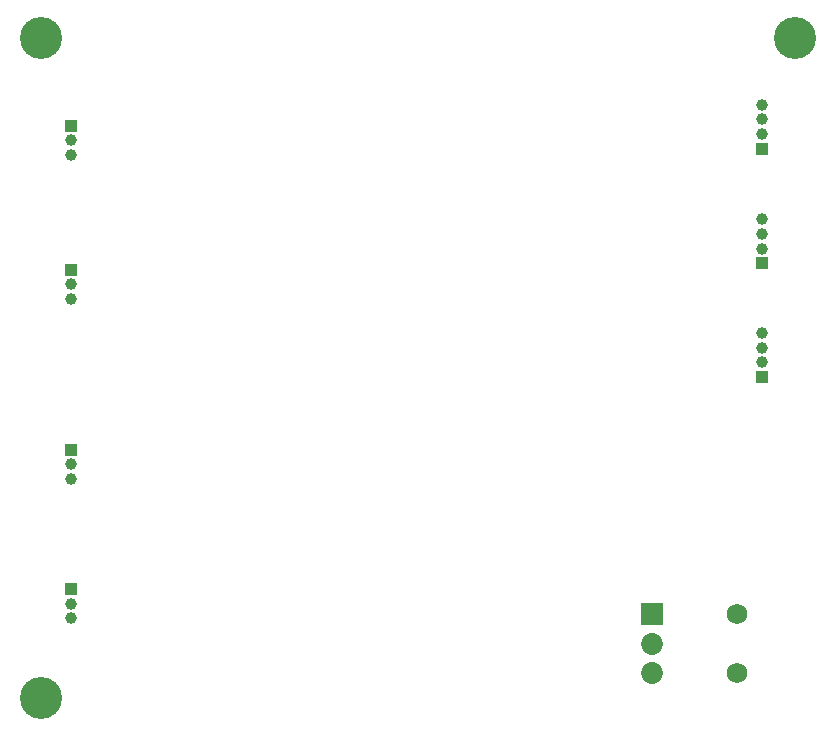
<source format=gbr>
%TF.GenerationSoftware,Altium Limited,Altium Designer,22.5.1 (42)*%
G04 Layer_Color=16711935*
%FSLAX45Y45*%
%MOMM*%
%TF.SameCoordinates,176CDB2E-7B72-45DB-8ACB-ACD3A9543041*%
%TF.FilePolarity,Negative*%
%TF.FileFunction,Soldermask,Bot*%
%TF.Part,Single*%
G01*
G75*
%TA.AperFunction,ViaPad*%
%ADD27C,3.55600*%
%TA.AperFunction,ComponentPad*%
%ADD30R,1.00240X1.00240*%
%ADD31C,1.00240*%
%ADD32R,1.85240X1.85240*%
%ADD33C,1.85240*%
%ADD34C,1.75240*%
D27*
X317500Y5892800D02*
D03*
Y304800D02*
D03*
X6705600Y5892800D02*
D03*
D30*
X6426200Y4957000D02*
D03*
X571500Y5154200D02*
D03*
Y3935509D02*
D03*
Y2411509D02*
D03*
Y1231900D02*
D03*
X6426200Y3987800D02*
D03*
Y3024600D02*
D03*
D31*
X571500Y4904200D02*
D03*
Y5029200D02*
D03*
Y3810509D02*
D03*
Y3685509D02*
D03*
Y2161509D02*
D03*
Y2286509D02*
D03*
Y1106900D02*
D03*
Y981900D02*
D03*
X6426200Y5332000D02*
D03*
Y5207000D02*
D03*
Y5082000D02*
D03*
Y4112800D02*
D03*
Y4237800D02*
D03*
Y4362800D02*
D03*
Y3399600D02*
D03*
Y3274600D02*
D03*
Y3149600D02*
D03*
D32*
X5492300Y1016000D02*
D03*
D33*
Y766000D02*
D03*
Y516000D02*
D03*
D34*
X6210300Y1016000D02*
D03*
Y516001D02*
D03*
%TF.MD5,345d5fdb5c83d997dffbbba7ced6ab4a*%
M02*

</source>
